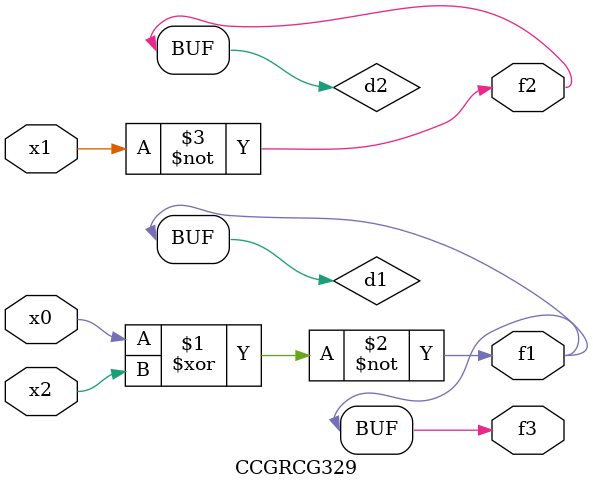
<source format=v>
module CCGRCG329(
	input x0, x1, x2,
	output f1, f2, f3
);

	wire d1, d2, d3;

	xnor (d1, x0, x2);
	nand (d2, x1);
	nor (d3, x1, x2);
	assign f1 = d1;
	assign f2 = d2;
	assign f3 = d1;
endmodule

</source>
